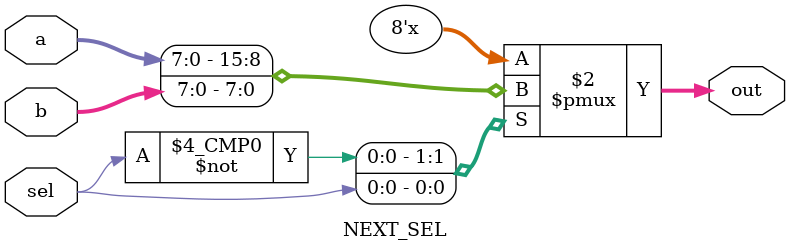
<source format=v>
`timescale 1ns / 1ps


module NEXT_SEL(a,b,sel,out);
parameter WIDTH=8;
input [WIDTH-1:0]a,b;
input sel;
output reg [WIDTH-1:0] out;
always @(*) begin
case(sel)
    2'b0:out=a;
    2'b1:out=b;
endcase
end
endmodule


</source>
